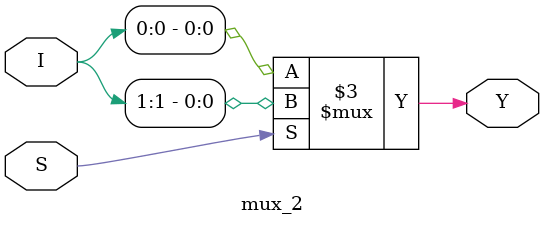
<source format=v>
 module mux_2(Y,I,S);
 	input [1:0]I;
 	input S;
 	output reg Y;

 	always@(*)
 	if(S)
 		Y=I[1];
 	else
 		Y=I[0];

 endmodule

</source>
